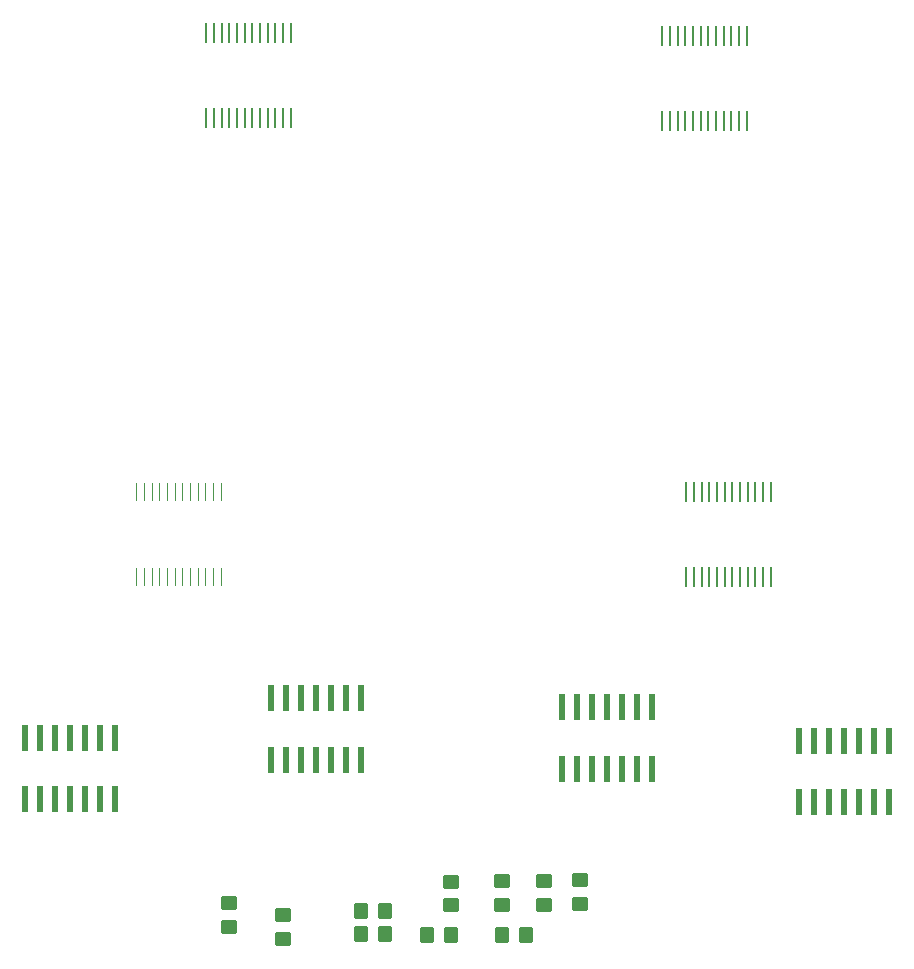
<source format=gbr>
%TF.GenerationSoftware,KiCad,Pcbnew,(7.0.0)*%
%TF.CreationDate,2024-03-19T12:14:35-03:00*%
%TF.ProjectId,pcb_peau_v1,7063625f-7065-4617-955f-76312e6b6963,rev?*%
%TF.SameCoordinates,Original*%
%TF.FileFunction,Paste,Top*%
%TF.FilePolarity,Positive*%
%FSLAX46Y46*%
G04 Gerber Fmt 4.6, Leading zero omitted, Abs format (unit mm)*
G04 Created by KiCad (PCBNEW (7.0.0)) date 2024-03-19 12:14:35*
%MOMM*%
%LPD*%
G01*
G04 APERTURE LIST*
G04 Aperture macros list*
%AMRoundRect*
0 Rectangle with rounded corners*
0 $1 Rounding radius*
0 $2 $3 $4 $5 $6 $7 $8 $9 X,Y pos of 4 corners*
0 Add a 4 corners polygon primitive as box body*
4,1,4,$2,$3,$4,$5,$6,$7,$8,$9,$2,$3,0*
0 Add four circle primitives for the rounded corners*
1,1,$1+$1,$2,$3*
1,1,$1+$1,$4,$5*
1,1,$1+$1,$6,$7*
1,1,$1+$1,$8,$9*
0 Add four rect primitives between the rounded corners*
20,1,$1+$1,$2,$3,$4,$5,0*
20,1,$1+$1,$4,$5,$6,$7,0*
20,1,$1+$1,$6,$7,$8,$9,0*
20,1,$1+$1,$8,$9,$2,$3,0*%
G04 Aperture macros list end*
%ADD10RoundRect,0.250000X-0.450000X0.350000X-0.450000X-0.350000X0.450000X-0.350000X0.450000X0.350000X0*%
%ADD11RoundRect,0.250000X0.350000X0.450000X-0.350000X0.450000X-0.350000X-0.450000X0.350000X-0.450000X0*%
%ADD12RoundRect,0.250000X-0.350000X-0.450000X0.350000X-0.450000X0.350000X0.450000X-0.350000X0.450000X0*%
%ADD13RoundRect,0.250000X0.450000X-0.350000X0.450000X0.350000X-0.450000X0.350000X-0.450000X-0.350000X0*%
%ADD14R,0.250000X1.750000*%
%ADD15R,0.050000X1.550000*%
%ADD16R,0.600000X2.200000*%
G04 APERTURE END LIST*
D10*
%TO.C,R10*%
X187940000Y-117317000D03*
X187940000Y-119317000D03*
%TD*%
D11*
%TO.C,R22*%
X206720000Y-119991500D03*
X204720000Y-119991500D03*
%TD*%
D12*
%TO.C,R4*%
X211070000Y-119991500D03*
X213070000Y-119991500D03*
%TD*%
D10*
%TO.C,R9*%
X211054000Y-115435500D03*
X211054000Y-117435500D03*
%TD*%
%TO.C,R8*%
X192512000Y-118333000D03*
X192512000Y-120333000D03*
%TD*%
%TO.C,R21*%
X217625000Y-115350000D03*
X217625000Y-117350000D03*
%TD*%
D13*
%TO.C,R23*%
X214610000Y-117435500D03*
X214610000Y-115435500D03*
%TD*%
%TO.C,R11*%
X206736000Y-117482500D03*
X206736000Y-115482500D03*
%TD*%
D12*
%TO.C,R20*%
X199132000Y-117959500D03*
X201132000Y-117959500D03*
%TD*%
D11*
%TO.C,R25*%
X201100000Y-119925000D03*
X199100000Y-119925000D03*
%TD*%
D14*
%TO.C,U3*%
X224612999Y-51065999D03*
X225262999Y-51065999D03*
X225912999Y-51065999D03*
X226562999Y-51065999D03*
X227212999Y-51065999D03*
X227862999Y-51065999D03*
X228512999Y-51065999D03*
X229162999Y-51065999D03*
X229812999Y-51065999D03*
X230462999Y-51065999D03*
X231112999Y-51065999D03*
X231762999Y-51065999D03*
X231762999Y-43865999D03*
X231112999Y-43865999D03*
X230462999Y-43865999D03*
X229812999Y-43865999D03*
X229162999Y-43865999D03*
X228512999Y-43865999D03*
X227862999Y-43865999D03*
X227212999Y-43865999D03*
X226562999Y-43865999D03*
X225912999Y-43865999D03*
X225262999Y-43865999D03*
X224612999Y-43865999D03*
%TD*%
%TO.C,U5*%
X226644999Y-89673999D03*
X227294999Y-89673999D03*
X227944999Y-89673999D03*
X228594999Y-89673999D03*
X229244999Y-89673999D03*
X229894999Y-89673999D03*
X230544999Y-89673999D03*
X231194999Y-89673999D03*
X231844999Y-89673999D03*
X232494999Y-89673999D03*
X233144999Y-89673999D03*
X233794999Y-89673999D03*
X233794999Y-82473999D03*
X233144999Y-82473999D03*
X232494999Y-82473999D03*
X231844999Y-82473999D03*
X231194999Y-82473999D03*
X230544999Y-82473999D03*
X229894999Y-82473999D03*
X229244999Y-82473999D03*
X228594999Y-82473999D03*
X227944999Y-82473999D03*
X227294999Y-82473999D03*
X226644999Y-82473999D03*
%TD*%
%TO.C,U4*%
X186015999Y-43655999D03*
X186665999Y-43655999D03*
X187315999Y-43655999D03*
X187965999Y-43655999D03*
X188615999Y-43655999D03*
X189265999Y-43655999D03*
X189915999Y-43655999D03*
X190565999Y-43655999D03*
X191215999Y-43655999D03*
X191865999Y-43655999D03*
X192515999Y-43655999D03*
X193165999Y-43655999D03*
X193165999Y-50855999D03*
X192515999Y-50855999D03*
X191865999Y-50855999D03*
X191215999Y-50855999D03*
X190565999Y-50855999D03*
X189915999Y-50855999D03*
X189265999Y-50855999D03*
X188615999Y-50855999D03*
X187965999Y-50855999D03*
X187315999Y-50855999D03*
X186665999Y-50855999D03*
X186015999Y-50855999D03*
%TD*%
D15*
%TO.C,U6*%
X180162999Y-89673999D03*
X180812999Y-89673999D03*
X181462999Y-89673999D03*
X182112999Y-89673999D03*
X182762999Y-89673999D03*
X183412999Y-89673999D03*
X184062999Y-89673999D03*
X184712999Y-89673999D03*
X185362999Y-89673999D03*
X186012999Y-89673999D03*
X186662999Y-89673999D03*
X187312999Y-89673999D03*
X187312999Y-82473999D03*
X186662999Y-82473999D03*
X186012999Y-82473999D03*
X185362999Y-82473999D03*
X184712999Y-82473999D03*
X184062999Y-82473999D03*
X183412999Y-82473999D03*
X182762999Y-82473999D03*
X182112999Y-82473999D03*
X181462999Y-82473999D03*
X180812999Y-82473999D03*
X180162999Y-82473999D03*
%TD*%
D16*
%TO.C,U7*%
X178307999Y-103317999D03*
X177037999Y-103317999D03*
X175767999Y-103317999D03*
X174497999Y-103317999D03*
X173227999Y-103317999D03*
X171957999Y-103317999D03*
X170687999Y-103317999D03*
X170687999Y-108517999D03*
X171957999Y-108517999D03*
X173227999Y-108517999D03*
X174497999Y-108517999D03*
X175767999Y-108517999D03*
X177037999Y-108517999D03*
X178307999Y-108517999D03*
%TD*%
%TO.C,U8*%
X191515999Y-105155999D03*
X192785999Y-105155999D03*
X194055999Y-105155999D03*
X195325999Y-105155999D03*
X196595999Y-105155999D03*
X197865999Y-105155999D03*
X199135999Y-105155999D03*
X199135999Y-99955999D03*
X197865999Y-99955999D03*
X196595999Y-99955999D03*
X195325999Y-99955999D03*
X194055999Y-99955999D03*
X192785999Y-99955999D03*
X191515999Y-99955999D03*
%TD*%
%TO.C,U2*%
X216153999Y-105917999D03*
X217423999Y-105917999D03*
X218693999Y-105917999D03*
X219963999Y-105917999D03*
X221233999Y-105917999D03*
X222503999Y-105917999D03*
X223773999Y-105917999D03*
X223773999Y-100717999D03*
X222503999Y-100717999D03*
X221233999Y-100717999D03*
X219963999Y-100717999D03*
X218693999Y-100717999D03*
X217423999Y-100717999D03*
X216153999Y-100717999D03*
%TD*%
%TO.C,U9*%
X243839999Y-103571999D03*
X242569999Y-103571999D03*
X241299999Y-103571999D03*
X240029999Y-103571999D03*
X238759999Y-103571999D03*
X237489999Y-103571999D03*
X236219999Y-103571999D03*
X236219999Y-108771999D03*
X237489999Y-108771999D03*
X238759999Y-108771999D03*
X240029999Y-108771999D03*
X241299999Y-108771999D03*
X242569999Y-108771999D03*
X243839999Y-108771999D03*
%TD*%
M02*

</source>
